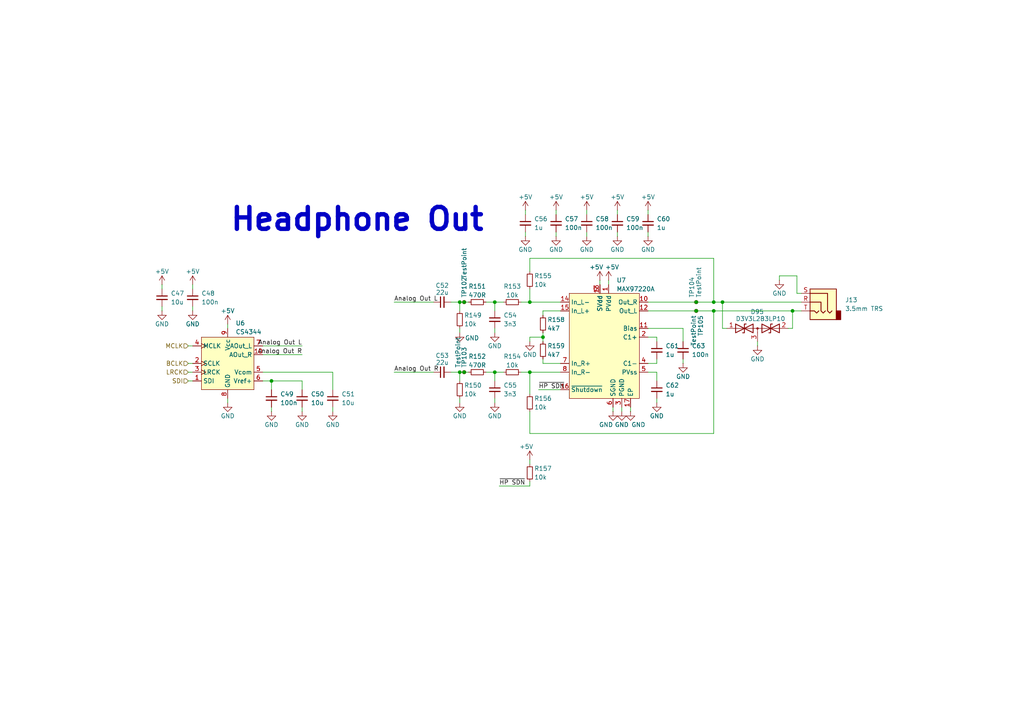
<source format=kicad_sch>
(kicad_sch (version 20231120) (generator "eeschema") (generator_version "8.0")
  (paper "A4")
  (title_block (title "freEDrum") (date "2024-04-20") (rev "A") (company "Till Heuer"))
  (lib_symbols
    (symbol "1_ProjectSymbols:CS4344"
      (property "Reference" "U" (at -7.62 8.89 0))
      (property "Value" "CS4344" (at 5.08 8.89 0))
      (symbol "CS4344_1_1"
        (rectangle (start -7.62 7.62) (end 7.62 -7.62) (fill (type background)))
        (pin input line (at -10.16 -5.08 0) (length 2.54) (name "SDI") (number "1"))
        (pin output line (at 10.16 2.54 180) (length 2.54) (name "AOut_R") (number "10"))
        (pin input clock (at -10.16 0 0) (length 2.54) (name "SCLK") (number "2"))
        (pin input clock (at -10.16 -2.54 0) (length 2.54) (name "LRCK") (number "3"))
        (pin input clock (at -10.16 5.08 0) (length 2.54) (name "MCLK") (number "4"))
        (pin power_out line (at 10.16 -2.54 180) (length 2.54) (name "Vcom") (number "5"))
        (pin passive line (at 10.16 -5.08 180) (length 2.54) (name "Vref+") (number "6"))
        (pin output line (at 10.16 5.08 180) (length 2.54) (name "AOut_L") (number "7"))
        (pin power_in line (at 0 -10.16 90) (length 2.54) (name "GND") (number "8"))
        (pin power_in line (at 0 10.16 270) (length 2.54) (name "Vcc") (number "9"))
      )
    )
    (symbol "1_ProjectSymbols:MAX97220A"
      (property "Reference" "U" (at -8.382 14.986 0))
      (property "Value" "MAX97220A" (at 9.652 14.986 0))
      (symbol "MAX97220A_1_1"
        (rectangle (start -10.16 13.97) (end 10.16 -16.51) (fill (type background)))
        (pin power_in line (at 1.27 16.51 270) (length 2.54) (name "PVdd") (number "1"))
        (pin output line (at 12.7 11.43 180) (length 2.54) (name "Out_R") (number "10"))
        (pin power_out line (at 12.7 3.81 180) (length 2.54) (name "Bias") (number "11"))
        (pin output line (at 12.7 8.89 180) (length 2.54) (name "Out_L") (number "12"))
        (pin power_in line (at -1.27 16.51 270) (length 2.54) (name "SVdd") (number "13"))
        (pin input line (at -12.7 11.43 0) (length 2.54) (name "In_L-") (number "14"))
        (pin input line (at -12.7 8.89 0) (length 2.54) (name "In_L+") (number "15"))
        (pin input line (at -12.7 -13.97 0) (length 2.54) (name "~{Shutdown}") (number "16"))
        (pin power_in line (at 7.62 -19.05 90) (length 2.54) (name "EP") (number "17"))
        (pin passive line (at 12.7 1.27 180) (length 2.54) (name "C1+") (number "2"))
        (pin power_in line (at 5.08 -19.05 90) (length 2.54) (name "PGND") (number "3"))
        (pin passive line (at 12.7 -6.35 180) (length 2.54) (name "C1-") (number "4"))
        (pin power_out line (at 12.7 -8.89 180) (length 2.54) (name "PVss") (number "5"))
        (pin power_in line (at 2.54 -19.05 90) (length 2.54) (name "SGND") (number "6"))
        (pin input line (at -12.7 -6.35 0) (length 2.54) (name "In_R+") (number "7"))
        (pin input line (at -12.7 -8.89 0) (length 2.54) (name "In_R-") (number "8"))
        (pin power_in line (at -1.27 16.51 270) (length 2.54) (name "SVdd") (number "9"))
      )
    )
    (symbol "Connector:TestPoint_Small" (pin_numbers hide) (pin_names (offset 0.762) hide)
      (property "Reference" "TP" (at 0 3.81 0))
      (property "Value" "TestPoint_Small" (at 0 2.032 0))
      (symbol "TestPoint_Small_0_1"
        (circle (center 0 0) (radius 0.508))
      )
      (symbol "TestPoint_Small_1_1"
        (pin passive line (at 0 0 90) (length 0) (name "1") (number "1"))
      )
    )
    (symbol "Connector_Audio:AudioJack3"
      (property "Reference" "J" (at 0 8.89 0))
      (property "Value" "AudioJack3" (at 0 6.35 0))
      (symbol "AudioJack3_0_1"
        (rectangle (start -5.08 -5.08) (end -6.35 -2.54) (stroke (width 0.254)) (fill (type outline)))
        (polyline (pts (xy 0 -2.54) (xy 0.635 -3.175) (xy 1.27 -2.54) (xy 2.54 -2.54)) (stroke (width 0.254)))
        (polyline (pts (xy -1.905 -2.54) (xy -1.27 -3.175) (xy -0.635 -2.54) (xy -0.635 0) (xy 2.54 0)) (stroke (width 0.254)))
        (polyline (pts (xy 2.54 2.54) (xy -2.54 2.54) (xy -2.54 -2.54) (xy -3.175 -3.175) (xy -3.81 -2.54)) (stroke (width 0.254)))
        (rectangle (start 2.54 3.81) (end -5.08 -5.08) (stroke (width 0.254)) (fill (type background)))
      )
      (symbol "AudioJack3_1_1"
        (pin passive line (at 5.08 0 180) (length 2.54) (name "~") (number "R"))
        (pin passive line (at 5.08 2.54 180) (length 2.54) (name "~") (number "S"))
        (pin passive line (at 5.08 -2.54 180) (length 2.54) (name "~") (number "T"))
      )
    )
    (symbol "Device:C_Small" (pin_numbers hide) (pin_names (offset 0.254) hide)
      (property "Reference" "C" (at 0.254 1.778 0))
      (property "Value" "C_Small" (at 0.254 -2.032 0))
      (symbol "C_Small_0_1"
        (polyline (pts (xy -1.524 -0.508) (xy 1.524 -0.508)) (stroke (width 0.3302)))
        (polyline (pts (xy -1.524 0.508) (xy 1.524 0.508)) (stroke (width 0.3048)))
      )
      (symbol "C_Small_1_1"
        (pin passive line (at 0 2.54 270) (length 2.032) (name "~") (number "1"))
        (pin passive line (at 0 -2.54 90) (length 2.032) (name "~") (number "2"))
      )
    )
    (symbol "Device:D_TVS_Dual_AAC" (pin_names (offset 1.016) hide)
      (property "Reference" "D" (at 0 4.445 0))
      (property "Value" "D_TVS_Dual_AAC" (at 0 2.54 0))
      (symbol "D_TVS_Dual_AAC_0_0"
        (polyline (pts (xy 0 -1.27) (xy 0 0)))
      )
      (symbol "D_TVS_Dual_AAC_0_1"
        (polyline (pts (xy -6.35 0) (xy 6.35 0)))
        (polyline (pts (xy -3.302 1.27) (xy -3.81 1.27) (xy -3.81 -1.27) (xy -4.318 -1.27)) (stroke (width 0.254)))
        (polyline (pts (xy 4.318 1.27) (xy 3.81 1.27) (xy 3.81 -1.27) (xy 3.302 -1.27)) (stroke (width 0.254)))
        (polyline (pts (xy -6.35 1.27) (xy -1.27 -1.27) (xy -1.27 1.27) (xy -6.35 -1.27) (xy -6.35 1.27)) (stroke (width 0.254)))
        (polyline (pts (xy 6.35 1.27) (xy 1.27 -1.27) (xy 1.27 1.27) (xy 6.35 -1.27) (xy 6.35 1.27)) (stroke (width 0.254)))
        (circle (center 0 0) (radius 0.254) (fill (type outline)))
      )
      (symbol "D_TVS_Dual_AAC_1_1"
        (pin passive line (at -8.89 0 0) (length 2.54) (name "A1") (number "1"))
        (pin passive line (at 8.89 0 180) (length 2.54) (name "A2") (number "2"))
        (pin passive line (at 0 -3.81 90) (length 2.54) (name "common") (number "3"))
      )
    )
    (symbol "Device:R_Small" (pin_numbers hide) (pin_names (offset 0.254) hide)
      (property "Reference" "R" (at 0.762 0.508 0))
      (property "Value" "R_Small" (at 0.762 -1.016 0))
      (symbol "R_Small_0_1"
        (rectangle (start -0.762 1.778) (end 0.762 -1.778) (stroke (width 0.2032)))
      )
      (symbol "R_Small_1_1"
        (pin passive line (at 0 2.54 270) (length 0.762) (name "~") (number "1"))
        (pin passive line (at 0 -2.54 90) (length 0.762) (name "~") (number "2"))
      )
    )
    (symbol "power:+5V" (power) (pin_numbers hide) (pin_names (offset 0) hide)
      (property "Value" "+5V" (at 0 3.556 0))
      (symbol "+5V_0_1"
        (polyline (pts (xy -0.762 1.27) (xy 0 2.54)))
        (polyline (pts (xy 0 0) (xy 0 2.54)))
        (polyline (pts (xy 0 2.54) (xy 0.762 1.27)))
      )
      (symbol "+5V_1_1"
        (pin power_in line (at 0 0 90) (length 0) (name "~") (number "1"))
      )
    )
    (symbol "power:GND" (power) (pin_numbers hide) (pin_names (offset 0) hide)
      (property "Value" "GND" (at 0 -3.81 0))
      (symbol "GND_0_1"
        (polyline (pts (xy 0 0) (xy 0 -1.27) (xy 1.27 -1.27) (xy 0 -2.54) (xy -1.27 -1.27) (xy 0 -1.27)))
      )
      (symbol "GND_1_1"
        (pin power_in line (at 0 0 270) (length 0) (name "~") (number "1"))
      )
    )
  )
  (junction (at 157.48 97.79))
  (junction (at 133.35 87.63))
  (junction (at 207.01 87.63))
  (junction (at 143.51 87.63))
  (junction (at 207.01 90.17))
  (junction (at 143.51 107.95))
  (junction (at 153.67 107.95))
  (junction (at 229.87 90.17))
  (junction (at 134.62 87.63))
  (junction (at 78.74 110.49))
  (junction (at 134.62 107.95))
  (junction (at 201.93 90.17))
  (junction (at 153.67 87.63))
  (junction (at 209.55 87.63))
  (junction (at 201.93 87.63))
  (junction (at 133.35 107.95))
  (wire (pts (xy 143.51 90.17) (xy 143.51 87.63)))
  (wire (pts (xy 78.74 118.11) (xy 78.74 119.38)))
  (wire (pts (xy 161.29 60.96) (xy 161.29 62.23)))
  (wire (pts (xy 153.67 125.73) (xy 153.67 119.38)))
  (wire (pts (xy 78.74 110.49) (xy 76.2 110.49)))
  (wire (pts (xy 133.35 115.57) (xy 133.35 116.84)))
  (wire (pts (xy 173.99 81.28) (xy 173.99 82.55)))
  (wire (pts (xy 190.5 107.95) (xy 190.5 110.49)))
  (wire (pts (xy 143.51 107.95) (xy 146.05 107.95)))
  (wire (pts (xy 157.48 90.17) (xy 162.56 90.17)))
  (wire (pts (xy 190.5 104.14) (xy 190.5 105.41)))
  (wire (pts (xy 133.35 107.95) (xy 134.62 107.95)))
  (wire (pts (xy 231.14 80.01) (xy 226.06 80.01)))
  (wire (pts (xy 228.6 95.25) (xy 229.87 95.25)))
  (wire (pts (xy 54.61 100.33) (xy 55.88 100.33)))
  (wire (pts (xy 231.14 85.09) (xy 231.14 80.01)))
  (wire (pts (xy 187.96 87.63) (xy 201.93 87.63)))
  (wire (pts (xy 55.88 82.55) (xy 55.88 83.82)))
  (wire (pts (xy 152.4 60.96) (xy 152.4 62.23)))
  (wire (pts (xy 209.55 87.63) (xy 232.41 87.63)))
  (wire (pts (xy 157.48 104.14) (xy 157.48 105.41)))
  (wire (pts (xy 143.51 87.63) (xy 146.05 87.63)))
  (wire (pts (xy 46.99 88.9) (xy 46.99 90.17)))
  (wire (pts (xy 143.51 107.95) (xy 140.97 107.95)))
  (wire (pts (xy 153.67 139.7) (xy 153.67 140.97)))
  (wire (pts (xy 143.51 95.25) (xy 143.51 96.52)))
  (wire (pts (xy 177.8 118.11) (xy 177.8 119.38)))
  (wire (pts (xy 153.67 87.63) (xy 162.56 87.63)))
  (wire (pts (xy 133.35 107.95) (xy 133.35 110.49)))
  (wire (pts (xy 133.35 87.63) (xy 134.62 87.63)))
  (wire (pts (xy 143.51 87.63) (xy 140.97 87.63)))
  (wire (pts (xy 232.41 85.09) (xy 231.14 85.09)))
  (wire (pts (xy 153.67 107.95) (xy 162.56 107.95)))
  (wire (pts (xy 153.67 133.35) (xy 153.67 134.62)))
  (wire (pts (xy 187.96 97.79) (xy 190.5 97.79)))
  (wire (pts (xy 157.48 97.79) (xy 157.48 99.06)))
  (wire (pts (xy 130.81 107.95) (xy 133.35 107.95)))
  (wire (pts (xy 152.4 67.31) (xy 152.4 68.58)))
  (wire (pts (xy 54.61 110.49) (xy 55.88 110.49)))
  (wire (pts (xy 151.13 87.63) (xy 153.67 87.63)))
  (wire (pts (xy 66.04 93.98) (xy 66.04 95.25)))
  (wire (pts (xy 198.12 95.25) (xy 198.12 99.06)))
  (wire (pts (xy 187.96 107.95) (xy 190.5 107.95)))
  (wire (pts (xy 87.63 118.11) (xy 87.63 119.38)))
  (wire (pts (xy 153.67 78.74) (xy 153.67 74.93)))
  (wire (pts (xy 190.5 97.79) (xy 190.5 99.06)))
  (wire (pts (xy 207.01 74.93) (xy 207.01 87.63)))
  (wire (pts (xy 170.18 67.31) (xy 170.18 68.58)))
  (wire (pts (xy 54.61 105.41) (xy 55.88 105.41)))
  (wire (pts (xy 153.67 99.06) (xy 153.67 97.79)))
  (wire (pts (xy 134.62 107.95) (xy 135.89 107.95)))
  (wire (pts (xy 153.67 83.82) (xy 153.67 87.63)))
  (wire (pts (xy 187.96 60.96) (xy 187.96 62.23)))
  (wire (pts (xy 156.21 113.03) (xy 162.56 113.03)))
  (wire (pts (xy 161.29 67.31) (xy 161.29 68.58)))
  (wire (pts (xy 198.12 104.14) (xy 198.12 105.41)))
  (wire (pts (xy 207.01 125.73) (xy 153.67 125.73)))
  (wire (pts (xy 157.48 96.52) (xy 157.48 97.79)))
  (wire (pts (xy 201.93 87.63) (xy 207.01 87.63)))
  (wire (pts (xy 226.06 80.01) (xy 226.06 81.28)))
  (wire (pts (xy 182.88 118.11) (xy 182.88 119.38)))
  (wire (pts (xy 170.18 60.96) (xy 170.18 62.23)))
  (wire (pts (xy 125.73 107.95) (xy 114.3 107.95)))
  (wire (pts (xy 219.71 99.06) (xy 219.71 100.33)))
  (wire (pts (xy 207.01 90.17) (xy 207.01 125.73)))
  (wire (pts (xy 96.52 118.11) (xy 96.52 119.38)))
  (wire (pts (xy 87.63 110.49) (xy 78.74 110.49)))
  (wire (pts (xy 229.87 90.17) (xy 229.87 95.25)))
  (wire (pts (xy 143.51 115.57) (xy 143.51 116.84)))
  (wire (pts (xy 153.67 140.97) (xy 144.78 140.97)))
  (wire (pts (xy 134.62 87.63) (xy 135.89 87.63)))
  (wire (pts (xy 210.82 95.25) (xy 209.55 95.25)))
  (wire (pts (xy 187.96 67.31) (xy 187.96 68.58)))
  (wire (pts (xy 207.01 90.17) (xy 229.87 90.17)))
  (wire (pts (xy 54.61 107.95) (xy 55.88 107.95)))
  (wire (pts (xy 187.96 95.25) (xy 198.12 95.25)))
  (wire (pts (xy 87.63 113.03) (xy 87.63 110.49)))
  (wire (pts (xy 209.55 87.63) (xy 209.55 95.25)))
  (wire (pts (xy 153.67 74.93) (xy 207.01 74.93)))
  (wire (pts (xy 187.96 90.17) (xy 201.93 90.17)))
  (wire (pts (xy 176.53 81.28) (xy 176.53 82.55)))
  (wire (pts (xy 201.93 90.17) (xy 207.01 90.17)))
  (wire (pts (xy 133.35 95.25) (xy 133.35 96.52)))
  (wire (pts (xy 46.99 82.55) (xy 46.99 83.82)))
  (wire (pts (xy 78.74 113.03) (xy 78.74 110.49)))
  (wire (pts (xy 157.48 90.17) (xy 157.48 91.44)))
  (wire (pts (xy 96.52 107.95) (xy 96.52 113.03)))
  (wire (pts (xy 151.13 107.95) (xy 153.67 107.95)))
  (wire (pts (xy 153.67 97.79) (xy 157.48 97.79)))
  (wire (pts (xy 76.2 107.95) (xy 96.52 107.95)))
  (wire (pts (xy 55.88 88.9) (xy 55.88 90.17)))
  (wire (pts (xy 180.34 118.11) (xy 180.34 119.38)))
  (wire (pts (xy 179.07 60.96) (xy 179.07 62.23)))
  (wire (pts (xy 157.48 105.41) (xy 162.56 105.41)))
  (wire (pts (xy 190.5 105.41) (xy 187.96 105.41)))
  (wire (pts (xy 66.04 115.57) (xy 66.04 116.84)))
  (wire (pts (xy 125.73 87.63) (xy 114.3 87.63)))
  (wire (pts (xy 143.51 110.49) (xy 143.51 107.95)))
  (wire (pts (xy 229.87 90.17) (xy 232.41 90.17)))
  (wire (pts (xy 190.5 115.57) (xy 190.5 116.84)))
  (wire (pts (xy 207.01 87.63) (xy 209.55 87.63)))
  (wire (pts (xy 130.81 87.63) (xy 133.35 87.63)))
  (wire (pts (xy 153.67 107.95) (xy 153.67 114.3)))
  (wire (pts (xy 133.35 87.63) (xy 133.35 90.17)))
  (wire (pts (xy 76.2 102.87) (xy 87.63 102.87)))
  (wire (pts (xy 179.07 67.31) (xy 179.07 68.58)))
  (wire (pts (xy 76.2 100.33) (xy 87.63 100.33)))
  (text "Headphone Out" (at 103.632 63.754 0) (effects (font (size 6.35 6.35) (bold yes))))
  (label "Analog Out L" (at 87.63 100.33 180))
  (label "Analog Out R" (at 114.3 107.95 0))
  (label "~{HP SDN}" (at 156.21 113.03 0))
  (label "~{HP SDN}" (at 144.78 140.97 0))
  (label "Analog Out R" (at 87.63 102.87 180))
  (label "Analog Out L" (at 114.3 87.63 0))
  (hierarchical_label "MCLK" (shape input) (at 54.61 100.33 180))
  (hierarchical_label "SDI" (shape input) (at 54.61 110.49 180))
  (hierarchical_label "BCLK" (shape input) (at 54.61 105.41 180))
  (hierarchical_label "LRCK" (shape input) (at 54.61 107.95 180))
  (symbol (lib_id "power:+5V") (at 179.07 60.96 0) (unit 1)
    (property "Reference" "#PWR0298" (effects (hide yes)))
    (property "Value" "+5V" (at 179.07 57.15 0))
    (property "Description" "Power symbol creates a global label with name \"+5V\"" (effects (hide yes)))
  )
  (symbol (lib_id "power:GND") (at 143.51 116.84 0) (unit 1)
    (property "Reference" "#PWR0286" (effects (hide yes)))
    (property "Value" "GND" (at 143.51 120.65 0))
    (property "Description" "Power symbol creates a global label with name \"GND\" , ground" (effects (hide yes)))
  )
  (symbol (lib_id "power:GND") (at 180.34 119.38 0) (unit 1)
    (property "Reference" "#PWR0300" (effects (hide yes)))
    (property "Value" "GND" (at 180.34 123.19 0))
    (property "Description" "Power symbol creates a global label with name \"GND\" , ground" (effects (hide yes)))
  )
  (symbol (lib_id "1_ProjectSymbols:MAX97220A") (at 175.26 99.06 0) (unit 1)
    (property "Reference" "U7" (at 178.816 81.28 0) (effects (justify left)))
    (property "Value" "MAX97220A" (at 178.816 83.82 0) (effects (justify left)))
    (property "Footprint" "Package_DFN_QFN:QFN-16-1EP_3x3mm_P0.5mm_EP1.7x1.7mm_ThermalVias" (effects (hide yes)))
    (property "Datasheet" "https://datasheet.lcsc.com/lcsc/2106070434_Analog-Devices-Inc--Maxim-Integrated-MAX97220AETE-T_C2682711.pdf" (effects (hide yes)))
    (property "Description" "Headphone Amplifier" (effects (hide yes)))
    (property "Manufacturer" "Analog Devices Inc./Maxim Integrated" (effects (hide yes)))
    (property "Manufacturer Part #" "MAX97220AETE+T" (effects (hide yes)))
    (property "JLCPCB Part #" "C2682711" (effects (hide yes)))
  )
  (symbol (lib_id "Device:R_Small") (at 133.35 113.03 180) (unit 1)
    (property "Reference" "R150" (at 134.62 111.76 0) (effects (justify right)))
    (property "Value" "10k" (at 134.62 114.3 0) (effects (justify right)))
    (property "Footprint" "Resistor_SMD:R_0402_1005Metric" (effects (hide yes)))
    (property "Description" "Resistor, small symbol" (effects (hide yes)))
    (property "JLCPCB Part #" "C25744" (effects (hide yes)))
    (property "Manufacturer" "UNI-ROYAL(Uniroyal Elec)" (effects (hide yes)))
    (property "Manufacturer Part #" "0402WGF1002TCE" (effects (hide yes)))
    (property "Tolerance" "1%" (effects (hide yes)))
  )
  (symbol (lib_id "power:GND") (at 187.96 68.58 0) (unit 1)
    (property "Reference" "#PWR0303" (effects (hide yes)))
    (property "Value" "GND" (at 187.96 72.39 0))
    (property "Description" "Power symbol creates a global label with name \"GND\" , ground" (effects (hide yes)))
  )
  (symbol (lib_id "power:+5V") (at 187.96 60.96 0) (unit 1)
    (property "Reference" "#PWR0302" (effects (hide yes)))
    (property "Value" "+5V" (at 187.96 57.15 0))
    (property "Description" "Power symbol creates a global label with name \"+5V\"" (effects (hide yes)))
  )
  (symbol (lib_id "Device:C_Small") (at 46.99 86.36 0) (unit 1)
    (property "Reference" "C47" (at 49.53 85.09 0) (effects (justify left)))
    (property "Value" "10u" (at 49.53 87.63 0) (effects (justify left)))
    (property "Footprint" "Capacitor_SMD:C_0805_2012Metric" (effects (hide yes)))
    (property "Description" "Unpolarized capacitor, small symbol" (effects (hide yes)))
    (property "Dielectric" "X7R" (effects (hide yes)))
    (property "JLCPCB Part #" "C15850" (effects (hide yes)))
    (property "Manufacturer" "Samsung Electro-Mechanics" (effects (hide yes)))
    (property "Manufacturer Part #" "CL21A106KAYNNNE" (effects (hide yes)))
    (property "Rated Voltage" "25V" (effects (hide yes)))
    (property "Tolerance" "10%" (effects (hide yes)))
  )
  (symbol (lib_id "power:+5V") (at 161.29 60.96 0) (unit 1)
    (property "Reference" "#PWR0291" (effects (hide yes)))
    (property "Value" "+5V" (at 161.29 57.15 0))
    (property "Description" "Power symbol creates a global label with name \"+5V\"" (effects (hide yes)))
  )
  (symbol (lib_id "Device:C_Small") (at 179.07 64.77 0) (unit 1)
    (property "Reference" "C59" (at 181.61 63.5 0) (effects (justify left)))
    (property "Value" "100n" (at 181.61 66.04 0) (effects (justify left)))
    (property "Footprint" "Capacitor_SMD:C_0402_1005Metric" (effects (hide yes)))
    (property "Description" "Unpolarized capacitor, small symbol" (effects (hide yes)))
    (property "Dielectric" "X7R" (effects (hide yes)))
    (property "JLCPCB Part #" "C307331" (effects (hide yes)))
    (property "Manufacturer" "Samsung Electro-Mechanics" (effects (hide yes)))
    (property "Manufacturer Part #" "CL05B104KB54PNC" (effects (hide yes)))
    (property "Rated Voltage" "50V" (effects (hide yes)))
    (property "Tolerance" "10%" (effects (hide yes)))
  )
  (symbol (lib_id "1_ProjectSymbols:CS4344") (at 66.04 105.41 0) (unit 1)
    (property "Reference" "U6" (at 68.326 93.726 0) (effects (justify left)))
    (property "Value" "CS4344" (at 68.326 96.266 0) (effects (justify left)))
    (property "Footprint" "Package_SO:TSSOP-10_3x3mm_P0.5mm" (effects (hide yes)))
    (property "Datasheet" "https://datasheet.lcsc.com/lcsc/1811020008_Cirrus-Logic-CS4344-CZZR_C8952.pdf" (effects (hide yes)))
    (property "Description" "Cirrus Logic CS4344 1Ch. Audio DAC " (effects (hide yes)))
    (property "Manufacturer" "Cirrus Logic" (effects (hide yes)))
    (property "Manufacturer Part #" "CS4344-CZZR" (effects (hide yes)))
    (property "JLCPCB Part #" "C8952" (effects (hide yes)))
  )
  (symbol (lib_id "power:GND") (at 87.63 119.38 0) (unit 1)
    (property "Reference" "#PWR0281" (effects (hide yes)))
    (property "Value" "GND" (at 87.63 123.19 0))
    (property "Description" "Power symbol creates a global label with name \"GND\" , ground" (effects (hide yes)))
  )
  (symbol (lib_id "Connector:TestPoint_Small") (at 201.93 90.17 270) (unit 1)
    (property "Reference" "TP105" (at 203.2 91.44 0) (effects (justify left)))
    (property "Value" "TestPoint" (at 201.168 91.44 0) (effects (justify left)))
    (property "Footprint" "TestPoint:TestPoint_Pad_D1.0mm" (effects (hide yes)))
    (property "Description" "test point" (effects (hide yes)))
    (property "JLCPCB Part #" "-" (effects (hide yes)))
    (property "Manufacturer" "-" (effects (hide yes)))
    (property "Manufacturer Part #" "-" (effects (hide yes)))
  )
  (symbol (lib_id "power:GND") (at 219.71 100.33 0) (mirror y) (unit 1)
    (property "Reference" "#PWR0306" (effects (hide yes)))
    (property "Value" "GND" (at 219.71 104.14 0))
    (property "Description" "Power symbol creates a global label with name \"GND\" , ground" (effects (hide yes)))
  )
  (symbol (lib_id "Device:C_Small") (at 55.88 86.36 0) (unit 1)
    (property "Reference" "C48" (at 58.42 85.09 0) (effects (justify left)))
    (property "Value" "100n" (at 58.42 87.63 0) (effects (justify left)))
    (property "Footprint" "Capacitor_SMD:C_0402_1005Metric" (effects (hide yes)))
    (property "Description" "Unpolarized capacitor, small symbol" (effects (hide yes)))
    (property "Dielectric" "X7R" (effects (hide yes)))
    (property "JLCPCB Part #" "C307331" (effects (hide yes)))
    (property "Manufacturer" "Samsung Electro-Mechanics" (effects (hide yes)))
    (property "Manufacturer Part #" "CL05B104KB54PNC" (effects (hide yes)))
    (property "Rated Voltage" "50V" (effects (hide yes)))
    (property "Tolerance" "10%" (effects (hide yes)))
  )
  (symbol (lib_id "power:GND") (at 190.5 116.84 0) (unit 1)
    (property "Reference" "#PWR0304" (effects (hide yes)))
    (property "Value" "GND" (at 190.5 120.65 0))
    (property "Description" "Power symbol creates a global label with name \"GND\" , ground" (effects (hide yes)))
  )
  (symbol (lib_id "power:GND") (at 66.04 116.84 0) (unit 1)
    (property "Reference" "#PWR0279" (effects (hide yes)))
    (property "Value" "GND" (at 66.04 120.65 0))
    (property "Description" "Power symbol creates a global label with name \"GND\" , ground" (effects (hide yes)))
  )
  (symbol (lib_id "Device:C_Small") (at 187.96 64.77 0) (unit 1)
    (property "Reference" "C60" (at 190.5 63.5 0) (effects (justify left)))
    (property "Value" "1u" (at 190.5 66.04 0) (effects (justify left)))
    (property "Footprint" "Capacitor_SMD:C_0805_2012Metric" (effects (hide yes)))
    (property "Description" "Unpolarized capacitor, small symbol" (effects (hide yes)))
    (property "Dielectric" "X7R" (effects (hide yes)))
    (property "JLCPCB Part #" "C28323" (effects (hide yes)))
    (property "Manufacturer" "Samsung Electro-Mechanics" (effects (hide yes)))
    (property "Manufacturer Part #" "CL21B105KBFNNNE" (effects (hide yes)))
    (property "Rated Voltage" "50V" (effects (hide yes)))
    (property "Tolerance" "10%" (effects (hide yes)))
  )
  (symbol (lib_id "Device:C_Small") (at 143.51 92.71 0) (unit 1)
    (property "Reference" "C54" (at 146.05 91.44 0) (effects (justify left)))
    (property "Value" "3n3" (at 146.05 93.98 0) (effects (justify left)))
    (property "Footprint" "Capacitor_SMD:C_0603_1608Metric" (effects (hide yes)))
    (property "Description" "Unpolarized capacitor, small symbol" (effects (hide yes)))
    (property "Dielectric" "C0G" (effects (hide yes)))
    (property "JLCPCB Part #" "C77036" (effects (hide yes)))
    (property "Manufacturer" "Murata Electronics" (effects (hide yes)))
    (property "Manufacturer Part #" "GRM1885C1H332JA01D" (effects (hide yes)))
    (property "Rated Voltage" "50V" (effects (hide yes)))
    (property "Tolerance" "5%" (effects (hide yes)))
  )
  (symbol (lib_id "Device:C_Small") (at 198.12 101.6 0) (unit 1)
    (property "Reference" "C63" (at 200.66 100.33 0) (effects (justify left)))
    (property "Value" "100n" (at 200.66 102.87 0) (effects (justify left)))
    (property "Footprint" "Capacitor_SMD:C_0402_1005Metric" (effects (hide yes)))
    (property "Description" "Unpolarized capacitor, small symbol" (effects (hide yes)))
    (property "Dielectric" "X7R" (effects (hide yes)))
    (property "JLCPCB Part #" "C307331" (effects (hide yes)))
    (property "Manufacturer" "Samsung Electro-Mechanics" (effects (hide yes)))
    (property "Manufacturer Part #" "CL05B104KB54PNC" (effects (hide yes)))
    (property "Rated Voltage" "50V" (effects (hide yes)))
    (property "Tolerance" "10%" (effects (hide yes)))
  )
  (symbol (lib_id "Connector_Audio:AudioJack3") (at 237.49 87.63 0) (mirror y) (unit 1)
    (property "Reference" "J13" (at 245.11 86.9949 0) (effects (justify right)))
    (property "Value" "3.5mm TRS" (at 245.11 89.5349 0) (effects (justify right)))
    (property "Footprint" "1_ProjectFootprints:PJ-320B" (effects (hide yes)))
    (property "Description" "Audio Jack, 3 Poles (Stereo / TRS)" (effects (hide yes)))
    (property "JLCPCB Part #" "C18594" (effects (hide yes)))
    (property "Manufacturer" "BOOMELE(Boom Precision Elec)" (effects (hide yes)))
    (property "Manufacturer Part #" "PJ-320B" (effects (hide yes)))
  )
  (symbol (lib_id "power:+5V") (at 152.4 60.96 0) (unit 1)
    (property "Reference" "#PWR0287" (effects (hide yes)))
    (property "Value" "+5V" (at 152.4 57.15 0))
    (property "Description" "Power symbol creates a global label with name \"+5V\"" (effects (hide yes)))
  )
  (symbol (lib_id "power:GND") (at 152.4 68.58 0) (unit 1)
    (property "Reference" "#PWR0288" (effects (hide yes)))
    (property "Value" "GND" (at 152.4 72.39 0))
    (property "Description" "Power symbol creates a global label with name \"GND\" , ground" (effects (hide yes)))
  )
  (symbol (lib_id "Device:R_Small") (at 138.43 87.63 90) (unit 1)
    (property "Reference" "R151" (at 138.43 83.058 90))
    (property "Value" "470R" (at 138.43 85.598 90))
    (property "Footprint" "Resistor_SMD:R_0402_1005Metric" (effects (hide yes)))
    (property "Description" "Resistor, small symbol" (effects (hide yes)))
    (property "JLCPCB Part #" "C25117" (effects (hide yes)))
    (property "Manufacturer" "UNI-ROYAL(Uniroyal Elec)" (effects (hide yes)))
    (property "Manufacturer Part #" "0402WGF4700TCE" (effects (hide yes)))
    (property "Tolerance" "1%" (effects (hide yes)))
  )
  (symbol (lib_id "Device:C_Small") (at 143.51 113.03 0) (unit 1)
    (property "Reference" "C55" (at 146.05 111.76 0) (effects (justify left)))
    (property "Value" "3n3" (at 146.05 114.3 0) (effects (justify left)))
    (property "Footprint" "Capacitor_SMD:C_0603_1608Metric" (effects (hide yes)))
    (property "Description" "Unpolarized capacitor, small symbol" (effects (hide yes)))
    (property "Dielectric" "C0G" (effects (hide yes)))
    (property "JLCPCB Part #" "C77036" (effects (hide yes)))
    (property "Manufacturer" "Murata Electronics" (effects (hide yes)))
    (property "Manufacturer Part #" "GRM1885C1H332JA01D" (effects (hide yes)))
    (property "Rated Voltage" "50V" (effects (hide yes)))
    (property "Tolerance" "5%" (effects (hide yes)))
  )
  (symbol (lib_id "Device:R_Small") (at 153.67 81.28 180) (unit 1)
    (property "Reference" "R155" (at 154.94 80.01 0) (effects (justify right)))
    (property "Value" "10k" (at 154.94 82.55 0) (effects (justify right)))
    (property "Footprint" "Resistor_SMD:R_0402_1005Metric" (effects (hide yes)))
    (property "Description" "Resistor, small symbol" (effects (hide yes)))
    (property "JLCPCB Part #" "C25744" (effects (hide yes)))
    (property "Manufacturer" "UNI-ROYAL(Uniroyal Elec)" (effects (hide yes)))
    (property "Manufacturer Part #" "0402WGF1002TCE" (effects (hide yes)))
    (property "Tolerance" "1%" (effects (hide yes)))
  )
  (symbol (lib_id "Device:R_Small") (at 157.48 101.6 180) (unit 1)
    (property "Reference" "R159" (at 158.75 100.33 0) (effects (justify right)))
    (property "Value" "4k7" (at 158.75 102.87 0) (effects (justify right)))
    (property "Footprint" "Resistor_SMD:R_0402_1005Metric" (effects (hide yes)))
    (property "Description" "Resistor, small symbol" (effects (hide yes)))
    (property "JLCPCB Part #" "C25900" (effects (hide yes)))
    (property "Manufacturer" "UNI-ROYAL(Uniroyal Elec)" (effects (hide yes)))
    (property "Manufacturer Part #" "0402WGF4701TCE" (effects (hide yes)))
    (property "Tolerance" "1%" (effects (hide yes)))
  )
  (symbol (lib_id "Device:C_Small") (at 128.27 87.63 90) (unit 1)
    (property "Reference" "C52" (at 128.27 82.804 90))
    (property "Value" "22u" (at 128.27 84.836 90))
    (property "Footprint" "Capacitor_SMD:C_1206_3216Metric" (effects (hide yes)))
    (property "Description" "Unpolarized capacitor, small symbol" (effects (hide yes)))
    (property "Dielectric" "X7R" (effects (hide yes)))
    (property "JLCPCB Part #" "C12891" (effects (hide yes)))
    (property "Manufacturer" "Samsung Electro-Mechanics" (effects (hide yes)))
    (property "Manufacturer Part #" "CL31A226KAHNNNE" (effects (hide yes)))
    (property "Rated Voltage" "25V" (effects (hide yes)))
    (property "Tolerance" "10%" (effects (hide yes)))
  )
  (symbol (lib_id "Device:C_Small") (at 190.5 113.03 0) (unit 1)
    (property "Reference" "C62" (at 193.04 111.76 0) (effects (justify left)))
    (property "Value" "1u" (at 193.04 114.3 0) (effects (justify left)))
    (property "Footprint" "Capacitor_SMD:C_0805_2012Metric" (effects (hide yes)))
    (property "Description" "Unpolarized capacitor, small symbol" (effects (hide yes)))
    (property "Dielectric" "X7R" (effects (hide yes)))
    (property "JLCPCB Part #" "C28323" (effects (hide yes)))
    (property "Manufacturer" "Samsung Electro-Mechanics" (effects (hide yes)))
    (property "Manufacturer Part #" "CL21B105KBFNNNE" (effects (hide yes)))
    (property "Rated Voltage" "50V" (effects (hide yes)))
    (property "Tolerance" "10%" (effects (hide yes)))
  )
  (symbol (lib_id "power:GND") (at 226.06 81.28 0) (unit 1)
    (property "Reference" "#PWR0307" (effects (hide yes)))
    (property "Value" "GND" (at 226.06 85.09 0))
    (property "Description" "Power symbol creates a global label with name \"GND\" , ground" (effects (hide yes)))
  )
  (symbol (lib_id "Device:C_Small") (at 190.5 101.6 0) (unit 1)
    (property "Reference" "C61" (at 193.04 100.33 0) (effects (justify left)))
    (property "Value" "1u" (at 193.04 102.87 0) (effects (justify left)))
    (property "Footprint" "Capacitor_SMD:C_0805_2012Metric" (effects (hide yes)))
    (property "Description" "Unpolarized capacitor, small symbol" (effects (hide yes)))
    (property "Dielectric" "X7R" (effects (hide yes)))
    (property "JLCPCB Part #" "C28323" (effects (hide yes)))
    (property "Manufacturer" "Samsung Electro-Mechanics" (effects (hide yes)))
    (property "Manufacturer Part #" "CL21B105KBFNNNE" (effects (hide yes)))
    (property "Rated Voltage" "50V" (effects (hide yes)))
    (property "Tolerance" "10%" (effects (hide yes)))
  )
  (symbol (lib_id "power:+5V") (at 46.99 82.55 0) (unit 1)
    (property "Reference" "#PWR0274" (effects (hide yes)))
    (property "Value" "+5V" (at 46.99 78.74 0))
    (property "Description" "Power symbol creates a global label with name \"+5V\"" (effects (hide yes)))
  )
  (symbol (lib_id "power:+5V") (at 176.53 81.28 0) (unit 1)
    (property "Reference" "#PWR0296" (effects (hide yes)))
    (property "Value" "+5V" (at 177.546 77.47 0))
    (property "Description" "Power symbol creates a global label with name \"+5V\"" (effects (hide yes)))
  )
  (symbol (lib_id "Connector:TestPoint_Small") (at 134.62 107.95 90) (unit 1)
    (property "Reference" "TP103" (at 134.62 106.68 0) (effects (justify left)))
    (property "Value" "TestPoint" (at 132.842 106.68 0) (effects (justify left)))
    (property "Footprint" "TestPoint:TestPoint_Pad_D1.0mm" (effects (hide yes)))
    (property "Description" "test point" (effects (hide yes)))
    (property "JLCPCB Part #" "-" (effects (hide yes)))
    (property "Manufacturer" "-" (effects (hide yes)))
    (property "Manufacturer Part #" "-" (effects (hide yes)))
  )
  (symbol (lib_id "power:GND") (at 55.88 90.17 0) (unit 1)
    (property "Reference" "#PWR0277" (effects (hide yes)))
    (property "Value" "GND" (at 55.88 93.98 0))
    (property "Description" "Power symbol creates a global label with name \"GND\" , ground" (effects (hide yes)))
  )
  (symbol (lib_id "power:GND") (at 177.8 119.38 0) (unit 1)
    (property "Reference" "#PWR0297" (effects (hide yes)))
    (property "Value" "GND" (at 175.768 123.19 0))
    (property "Description" "Power symbol creates a global label with name \"GND\" , ground" (effects (hide yes)))
  )
  (symbol (lib_id "Device:R_Small") (at 148.59 107.95 90) (unit 1)
    (property "Reference" "R154" (at 148.59 103.378 90))
    (property "Value" "10k" (at 148.59 105.918 90))
    (property "Footprint" "Resistor_SMD:R_0402_1005Metric" (effects (hide yes)))
    (property "Description" "Resistor, small symbol" (effects (hide yes)))
    (property "JLCPCB Part #" "C25744" (effects (hide yes)))
    (property "Manufacturer" "UNI-ROYAL(Uniroyal Elec)" (effects (hide yes)))
    (property "Manufacturer Part #" "0402WGF1002TCE" (effects (hide yes)))
    (property "Tolerance" "1%" (effects (hide yes)))
  )
  (symbol (lib_id "Device:C_Small") (at 170.18 64.77 0) (unit 1)
    (property "Reference" "C58" (at 172.72 63.5 0) (effects (justify left)))
    (property "Value" "100n" (at 172.72 66.04 0) (effects (justify left)))
    (property "Footprint" "Capacitor_SMD:C_0402_1005Metric" (effects (hide yes)))
    (property "Description" "Unpolarized capacitor, small symbol" (effects (hide yes)))
    (property "Dielectric" "X7R" (effects (hide yes)))
    (property "JLCPCB Part #" "C307331" (effects (hide yes)))
    (property "Manufacturer" "Samsung Electro-Mechanics" (effects (hide yes)))
    (property "Manufacturer Part #" "CL05B104KB54PNC" (effects (hide yes)))
    (property "Rated Voltage" "50V" (effects (hide yes)))
    (property "Tolerance" "10%" (effects (hide yes)))
  )
  (symbol (lib_id "Device:C_Small") (at 78.74 115.57 0) (unit 1)
    (property "Reference" "C49" (at 81.28 114.3 0) (effects (justify left)))
    (property "Value" "100n" (at 81.28 116.84 0) (effects (justify left)))
    (property "Footprint" "Capacitor_SMD:C_0402_1005Metric" (effects (hide yes)))
    (property "Description" "Unpolarized capacitor, small symbol" (effects (hide yes)))
    (property "Dielectric" "X7R" (effects (hide yes)))
    (property "JLCPCB Part #" "C307331" (effects (hide yes)))
    (property "Manufacturer" "Samsung Electro-Mechanics" (effects (hide yes)))
    (property "Manufacturer Part #" "CL05B104KB54PNC" (effects (hide yes)))
    (property "Rated Voltage" "50V" (effects (hide yes)))
    (property "Tolerance" "10%" (effects (hide yes)))
  )
  (symbol (lib_id "Device:R_Small") (at 157.48 93.98 180) (unit 1)
    (property "Reference" "R158" (at 158.75 92.71 0) (effects (justify right)))
    (property "Value" "4k7" (at 158.75 95.25 0) (effects (justify right)))
    (property "Footprint" "Resistor_SMD:R_0402_1005Metric" (effects (hide yes)))
    (property "Description" "Resistor, small symbol" (effects (hide yes)))
    (property "JLCPCB Part #" "C25900" (effects (hide yes)))
    (property "Manufacturer" "UNI-ROYAL(Uniroyal Elec)" (effects (hide yes)))
    (property "Manufacturer Part #" "0402WGF4701TCE" (effects (hide yes)))
    (property "Tolerance" "1%" (effects (hide yes)))
  )
  (symbol (lib_id "Device:C_Small") (at 128.27 107.95 90) (unit 1)
    (property "Reference" "C53" (at 128.27 103.124 90))
    (property "Value" "22u" (at 128.27 105.156 90))
    (property "Footprint" "Capacitor_SMD:C_1206_3216Metric" (effects (hide yes)))
    (property "Description" "Unpolarized capacitor, small symbol" (effects (hide yes)))
    (property "Dielectric" "X7R" (effects (hide yes)))
    (property "JLCPCB Part #" "C12891" (effects (hide yes)))
    (property "Manufacturer" "Samsung Electro-Mechanics" (effects (hide yes)))
    (property "Manufacturer Part #" "CL31A226KAHNNNE" (effects (hide yes)))
    (property "Rated Voltage" "25V" (effects (hide yes)))
    (property "Tolerance" "10%" (effects (hide yes)))
  )
  (symbol (lib_id "Device:D_TVS_Dual_AAC") (at 219.71 95.25 0) (unit 1)
    (property "Reference" "D95" (at 217.678 90.424 0) (effects (justify left)))
    (property "Value" "D3V3L2B3LP10" (at 213.36 92.456 0) (effects (justify left)))
    (property "Footprint" "1_ProjectFootprints:DFN-3 1010" (effects (hide yes)))
    (property "Description" "Bidirectional dual transient-voltage-suppression diode, center on pin 3" (effects (hide yes)))
    (property "Manufacturer" "Diodes Incorporated" (effects (hide yes)))
    (property "Manufacturer Part #" "D3V3L2B3LP10-7" (effects (hide yes)))
    (property "JLCPCB Part #" "C1974778" (effects (hide yes)))
  )
  (symbol (lib_id "Device:R_Small") (at 138.43 107.95 90) (unit 1)
    (property "Reference" "R152" (at 138.43 103.378 90))
    (property "Value" "470R" (at 138.43 105.918 90))
    (property "Footprint" "Resistor_SMD:R_0402_1005Metric" (effects (hide yes)))
    (property "Description" "Resistor, small symbol" (effects (hide yes)))
    (property "JLCPCB Part #" "C25117" (effects (hide yes)))
    (property "Manufacturer" "UNI-ROYAL(Uniroyal Elec)" (effects (hide yes)))
    (property "Manufacturer Part #" "0402WGF4700TCE" (effects (hide yes)))
    (property "Tolerance" "1%" (effects (hide yes)))
  )
  (symbol (lib_id "Device:C_Small") (at 152.4 64.77 0) (unit 1)
    (property "Reference" "C56" (at 154.94 63.5 0) (effects (justify left)))
    (property "Value" "1u" (at 154.94 66.04 0) (effects (justify left)))
    (property "Footprint" "Capacitor_SMD:C_0805_2012Metric" (effects (hide yes)))
    (property "Description" "Unpolarized capacitor, small symbol" (effects (hide yes)))
    (property "Dielectric" "X7R" (effects (hide yes)))
    (property "JLCPCB Part #" "C28323" (effects (hide yes)))
    (property "Manufacturer" "Samsung Electro-Mechanics" (effects (hide yes)))
    (property "Manufacturer Part #" "CL21B105KBFNNNE" (effects (hide yes)))
    (property "Rated Voltage" "50V" (effects (hide yes)))
    (property "Tolerance" "10%" (effects (hide yes)))
  )
  (symbol (lib_id "power:+5V") (at 66.04 93.98 0) (unit 1)
    (property "Reference" "#PWR0278" (effects (hide yes)))
    (property "Value" "+5V" (at 66.04 90.17 0))
    (property "Description" "Power symbol creates a global label with name \"+5V\"" (effects (hide yes)))
  )
  (symbol (lib_id "Device:R_Small") (at 153.67 137.16 180) (unit 1)
    (property "Reference" "R157" (at 154.94 135.89 0) (effects (justify right)))
    (property "Value" "10k" (at 154.94 138.43 0) (effects (justify right)))
    (property "Footprint" "Resistor_SMD:R_0402_1005Metric" (effects (hide yes)))
    (property "Description" "Resistor, small symbol" (effects (hide yes)))
    (property "JLCPCB Part #" "C25744" (effects (hide yes)))
    (property "Manufacturer" "UNI-ROYAL(Uniroyal Elec)" (effects (hide yes)))
    (property "Manufacturer Part #" "0402WGF1002TCE" (effects (hide yes)))
    (property "Tolerance" "1%" (effects (hide yes)))
  )
  (symbol (lib_id "power:GND") (at 161.29 68.58 0) (unit 1)
    (property "Reference" "#PWR0292" (effects (hide yes)))
    (property "Value" "GND" (at 161.29 72.39 0))
    (property "Description" "Power symbol creates a global label with name \"GND\" , ground" (effects (hide yes)))
  )
  (symbol (lib_id "Device:R_Small") (at 153.67 116.84 180) (unit 1)
    (property "Reference" "R156" (at 154.94 115.57 0) (effects (justify right)))
    (property "Value" "10k" (at 154.94 118.11 0) (effects (justify right)))
    (property "Footprint" "Resistor_SMD:R_0402_1005Metric" (effects (hide yes)))
    (property "Description" "Resistor, small symbol" (effects (hide yes)))
    (property "JLCPCB Part #" "C25744" (effects (hide yes)))
    (property "Manufacturer" "UNI-ROYAL(Uniroyal Elec)" (effects (hide yes)))
    (property "Manufacturer Part #" "0402WGF1002TCE" (effects (hide yes)))
    (property "Tolerance" "1%" (effects (hide yes)))
  )
  (symbol (lib_id "Device:C_Small") (at 87.63 115.57 0) (unit 1)
    (property "Reference" "C50" (at 90.17 114.3 0) (effects (justify left)))
    (property "Value" "10u" (at 90.17 116.84 0) (effects (justify left)))
    (property "Footprint" "Capacitor_SMD:C_0805_2012Metric" (effects (hide yes)))
    (property "Description" "Unpolarized capacitor, small symbol" (effects (hide yes)))
    (property "Dielectric" "X7R" (effects (hide yes)))
    (property "JLCPCB Part #" "C15850" (effects (hide yes)))
    (property "Manufacturer" "Samsung Electro-Mechanics" (effects (hide yes)))
    (property "Manufacturer Part #" "CL21A106KAYNNNE" (effects (hide yes)))
    (property "Rated Voltage" "25V" (effects (hide yes)))
    (property "Tolerance" "10%" (effects (hide yes)))
  )
  (symbol (lib_id "power:GND") (at 179.07 68.58 0) (unit 1)
    (property "Reference" "#PWR0299" (effects (hide yes)))
    (property "Value" "GND" (at 179.07 72.39 0))
    (property "Description" "Power symbol creates a global label with name \"GND\" , ground" (effects (hide yes)))
  )
  (symbol (lib_id "Device:R_Small") (at 133.35 92.71 180) (unit 1)
    (property "Reference" "R149" (at 134.62 91.44 0) (effects (justify right)))
    (property "Value" "10k" (at 134.62 93.98 0) (effects (justify right)))
    (property "Footprint" "Resistor_SMD:R_0402_1005Metric" (effects (hide yes)))
    (property "Description" "Resistor, small symbol" (effects (hide yes)))
    (property "JLCPCB Part #" "C25744" (effects (hide yes)))
    (property "Manufacturer" "UNI-ROYAL(Uniroyal Elec)" (effects (hide yes)))
    (property "Manufacturer Part #" "0402WGF1002TCE" (effects (hide yes)))
    (property "Tolerance" "1%" (effects (hide yes)))
  )
  (symbol (lib_id "power:+5V") (at 153.67 133.35 0) (unit 1)
    (property "Reference" "#PWR0290" (effects (hide yes)))
    (property "Value" "+5V" (at 152.654 129.54 0))
    (property "Description" "Power symbol creates a global label with name \"+5V\"" (effects (hide yes)))
  )
  (symbol (lib_id "power:+5V") (at 170.18 60.96 0) (unit 1)
    (property "Reference" "#PWR0293" (effects (hide yes)))
    (property "Value" "+5V" (at 170.18 57.15 0))
    (property "Description" "Power symbol creates a global label with name \"+5V\"" (effects (hide yes)))
  )
  (symbol (lib_id "power:GND") (at 198.12 105.41 0) (unit 1)
    (property "Reference" "#PWR0305" (effects (hide yes)))
    (property "Value" "GND" (at 198.12 109.22 0))
    (property "Description" "Power symbol creates a global label with name \"GND\" , ground" (effects (hide yes)))
  )
  (symbol (lib_id "power:+5V") (at 55.88 82.55 0) (unit 1)
    (property "Reference" "#PWR0276" (effects (hide yes)))
    (property "Value" "+5V" (at 55.88 78.74 0))
    (property "Description" "Power symbol creates a global label with name \"+5V\"" (effects (hide yes)))
  )
  (symbol (lib_id "power:GND") (at 143.51 96.52 0) (unit 1)
    (property "Reference" "#PWR0285" (effects (hide yes)))
    (property "Value" "GND" (at 143.51 100.33 0))
    (property "Description" "Power symbol creates a global label with name \"GND\" , ground" (effects (hide yes)))
  )
  (symbol (lib_id "Device:C_Small") (at 96.52 115.57 0) (unit 1)
    (property "Reference" "C51" (at 99.06 114.3 0) (effects (justify left)))
    (property "Value" "10u" (at 99.06 116.84 0) (effects (justify left)))
    (property "Footprint" "Capacitor_SMD:C_0805_2012Metric" (effects (hide yes)))
    (property "Description" "Unpolarized capacitor, small symbol" (effects (hide yes)))
    (property "Dielectric" "X7R" (effects (hide yes)))
    (property "JLCPCB Part #" "C15850" (effects (hide yes)))
    (property "Manufacturer" "Samsung Electro-Mechanics" (effects (hide yes)))
    (property "Manufacturer Part #" "CL21A106KAYNNNE" (effects (hide yes)))
    (property "Rated Voltage" "25V" (effects (hide yes)))
    (property "Tolerance" "10%" (effects (hide yes)))
  )
  (symbol (lib_id "power:GND") (at 96.52 119.38 0) (unit 1)
    (property "Reference" "#PWR0282" (effects (hide yes)))
    (property "Value" "GND" (at 96.52 123.19 0))
    (property "Description" "Power symbol creates a global label with name \"GND\" , ground" (effects (hide yes)))
  )
  (symbol (lib_id "power:GND") (at 46.99 90.17 0) (unit 1)
    (property "Reference" "#PWR0275" (effects (hide yes)))
    (property "Value" "GND" (at 46.99 93.98 0))
    (property "Description" "Power symbol creates a global label with name \"GND\" , ground" (effects (hide yes)))
  )
  (symbol (lib_id "power:GND") (at 133.35 96.52 0) (unit 1)
    (property "Reference" "#PWR0283" (effects (hide yes)))
    (property "Value" "GND" (at 136.906 98.044 0))
    (property "Description" "Power symbol creates a global label with name \"GND\" , ground" (effects (hide yes)))
  )
  (symbol (lib_id "power:GND") (at 153.67 99.06 0) (unit 1)
    (property "Reference" "#PWR0289" (effects (hide yes)))
    (property "Value" "GND" (at 153.67 102.87 0))
    (property "Description" "Power symbol creates a global label with name \"GND\" , ground" (effects (hide yes)))
  )
  (symbol (lib_id "power:GND") (at 170.18 68.58 0) (unit 1)
    (property "Reference" "#PWR0294" (effects (hide yes)))
    (property "Value" "GND" (at 170.18 72.39 0))
    (property "Description" "Power symbol creates a global label with name \"GND\" , ground" (effects (hide yes)))
  )
  (symbol (lib_id "Connector:TestPoint_Small") (at 134.62 87.63 90) (unit 1)
    (property "Reference" "TP102" (at 134.62 86.36 0) (effects (justify left)))
    (property "Value" "TestPoint" (at 134.62 80.772 0) (effects (justify left)))
    (property "Footprint" "TestPoint:TestPoint_Pad_D1.0mm" (effects (hide yes)))
    (property "Description" "test point" (effects (hide yes)))
    (property "JLCPCB Part #" "-" (effects (hide yes)))
    (property "Manufacturer" "-" (effects (hide yes)))
    (property "Manufacturer Part #" "-" (effects (hide yes)))
  )
  (symbol (lib_id "Connector:TestPoint_Small") (at 201.93 87.63 90) (unit 1)
    (property "Reference" "TP104" (at 200.66 86.36 0) (effects (justify left)))
    (property "Value" "TestPoint" (at 202.692 86.36 0) (effects (justify left)))
    (property "Footprint" "TestPoint:TestPoint_Pad_D1.0mm" (effects (hide yes)))
    (property "Description" "test point" (effects (hide yes)))
    (property "JLCPCB Part #" "-" (effects (hide yes)))
    (property "Manufacturer" "-" (effects (hide yes)))
    (property "Manufacturer Part #" "-" (effects (hide yes)))
  )
  (symbol (lib_id "power:GND") (at 133.35 116.84 0) (unit 1)
    (property "Reference" "#PWR0284" (effects (hide yes)))
    (property "Value" "GND" (at 133.35 120.65 0))
    (property "Description" "Power symbol creates a global label with name \"GND\" , ground" (effects (hide yes)))
  )
  (symbol (lib_id "power:GND") (at 78.74 119.38 0) (unit 1)
    (property "Reference" "#PWR0280" (effects (hide yes)))
    (property "Value" "GND" (at 78.74 123.19 0))
    (property "Description" "Power symbol creates a global label with name \"GND\" , ground" (effects (hide yes)))
  )
  (symbol (lib_id "Device:R_Small") (at 148.59 87.63 90) (unit 1)
    (property "Reference" "R153" (at 148.59 83.058 90))
    (property "Value" "10k" (at 148.59 85.598 90))
    (property "Footprint" "Resistor_SMD:R_0402_1005Metric" (effects (hide yes)))
    (property "Description" "Resistor, small symbol" (effects (hide yes)))
    (property "JLCPCB Part #" "C25744" (effects (hide yes)))
    (property "Manufacturer" "UNI-ROYAL(Uniroyal Elec)" (effects (hide yes)))
    (property "Manufacturer Part #" "0402WGF1002TCE" (effects (hide yes)))
    (property "Tolerance" "1%" (effects (hide yes)))
  )
  (symbol (lib_id "power:GND") (at 182.88 119.38 0) (unit 1)
    (property "Reference" "#PWR0301" (effects (hide yes)))
    (property "Value" "GND" (at 185.166 123.19 0))
    (property "Description" "Power symbol creates a global label with name \"GND\" , ground" (effects (hide yes)))
  )
  (symbol (lib_id "power:+5V") (at 173.99 81.28 0) (unit 1)
    (property "Reference" "#PWR0295" (effects (hide yes)))
    (property "Value" "+5V" (at 172.974 77.47 0))
    (property "Description" "Power symbol creates a global label with name \"+5V\"" (effects (hide yes)))
  )
  (symbol (lib_id "Device:C_Small") (at 161.29 64.77 0) (unit 1)
    (property "Reference" "C57" (at 163.83 63.5 0) (effects (justify left)))
    (property "Value" "100n" (at 163.83 66.04 0) (effects (justify left)))
    (property "Footprint" "Capacitor_SMD:C_0402_1005Metric" (effects (hide yes)))
    (property "Description" "Unpolarized capacitor, small symbol" (effects (hide yes)))
    (property "Dielectric" "X7R" (effects (hide yes)))
    (property "JLCPCB Part #" "C307331" (effects (hide yes)))
    (property "Manufacturer" "Samsung Electro-Mechanics" (effects (hide yes)))
    (property "Manufacturer Part #" "CL05B104KB54PNC" (effects (hide yes)))
    (property "Rated Voltage" "50V" (effects (hide yes)))
    (property "Tolerance" "10%" (effects (hide yes)))
  )
)
</source>
